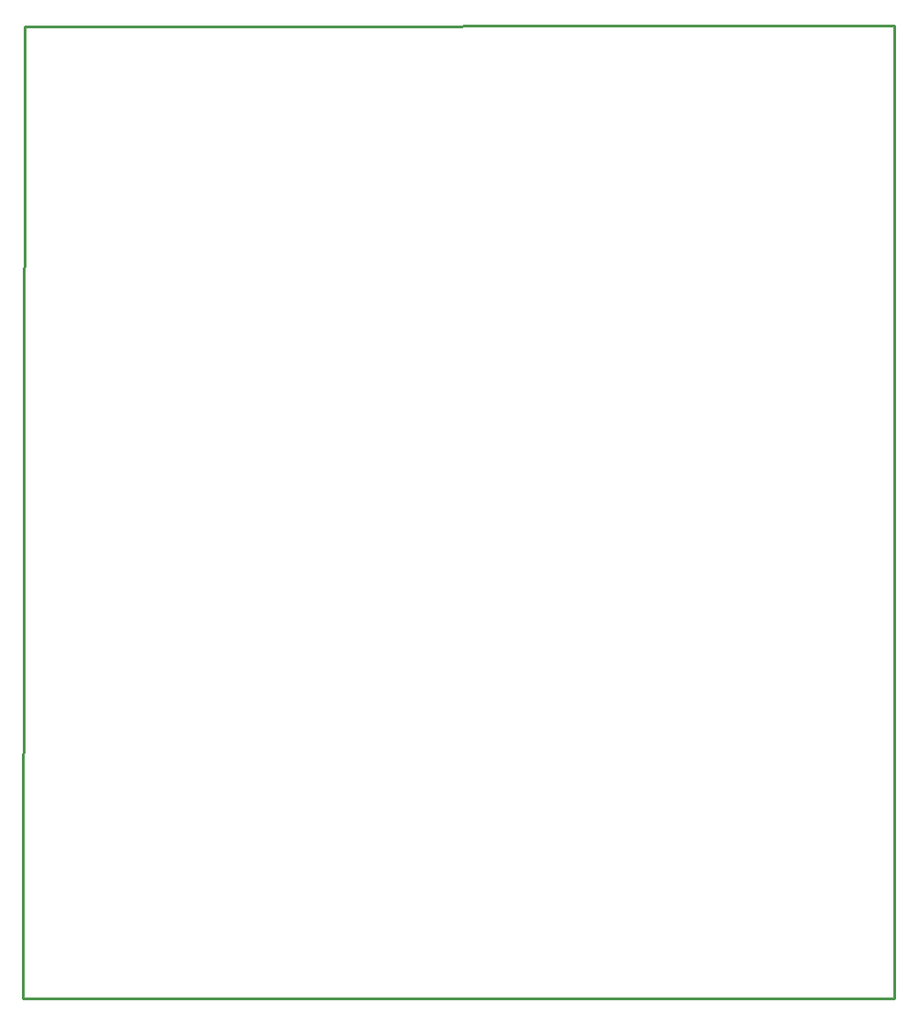
<source format=gko>
G04 Layer: BoardOutlineLayer*
G04 EasyEDA v6.5.54, 2026-02-11 12:30:12*
G04 eb789f6f9b4241e9a458f17a6f4b8d6f,92e600de7ff74937a4e092c024f19ce6,10*
G04 Gerber Generator version 0.2*
G04 Scale: 100 percent, Rotated: No, Reflected: No *
G04 Dimensions in millimeters *
G04 leading zeros omitted , absolute positions ,4 integer and 5 decimal *
%FSLAX45Y45*%
%MOMM*%

%ADD10C,0.2540*%
%ADD11C,0.0137*%
D10*
X-6857999Y9245600D02*
G01*
X1206500Y9258300D01*
X1206497Y241376D01*
X-6870702Y241376D01*
X-6857999Y9245600D01*

%LPD*%
M02*

</source>
